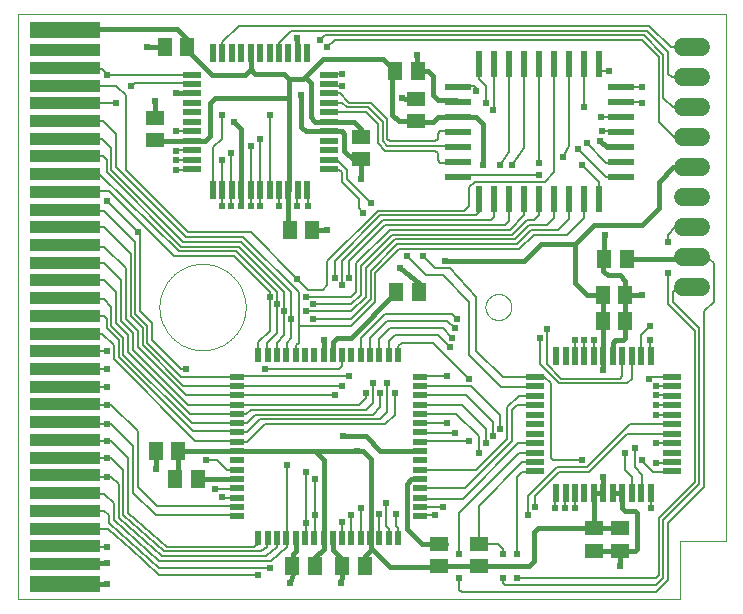
<source format=gtl>
G75*
%MOIN*%
%OFA0B0*%
%FSLAX25Y25*%
%IPPOS*%
%LPD*%
%AMOC8*
5,1,8,0,0,1.08239X$1,22.5*
%
%ADD10C,0.00000*%
%ADD11R,0.23622X0.05512*%
%ADD12R,0.23622X0.03937*%
%ADD13R,0.08661X0.02362*%
%ADD14R,0.02362X0.08661*%
%ADD15R,0.02200X0.04700*%
%ADD16R,0.04700X0.02200*%
%ADD17R,0.05906X0.05118*%
%ADD18R,0.05118X0.05906*%
%ADD19R,0.01969X0.05906*%
%ADD20R,0.05906X0.01969*%
%ADD21C,0.06000*%
%ADD22C,0.01600*%
%ADD23C,0.02400*%
%ADD24C,0.00800*%
D10*
X0001000Y0001000D02*
X0001000Y0196000D01*
X0237000Y0196000D01*
X0237000Y0020500D01*
X0221900Y0020500D01*
X0221900Y0001000D01*
X0001000Y0001000D01*
X0048244Y0098441D02*
X0048248Y0098794D01*
X0048261Y0099146D01*
X0048283Y0099498D01*
X0048313Y0099850D01*
X0048352Y0100200D01*
X0048400Y0100550D01*
X0048456Y0100898D01*
X0048520Y0101244D01*
X0048593Y0101589D01*
X0048675Y0101933D01*
X0048765Y0102274D01*
X0048863Y0102612D01*
X0048969Y0102949D01*
X0049084Y0103282D01*
X0049207Y0103613D01*
X0049338Y0103940D01*
X0049477Y0104264D01*
X0049624Y0104585D01*
X0049778Y0104902D01*
X0049941Y0105215D01*
X0050111Y0105524D01*
X0050288Y0105829D01*
X0050473Y0106129D01*
X0050666Y0106425D01*
X0050865Y0106715D01*
X0051072Y0107001D01*
X0051285Y0107282D01*
X0051506Y0107557D01*
X0051733Y0107827D01*
X0051967Y0108091D01*
X0052207Y0108350D01*
X0052453Y0108602D01*
X0052705Y0108848D01*
X0052964Y0109088D01*
X0053228Y0109322D01*
X0053498Y0109549D01*
X0053773Y0109770D01*
X0054054Y0109983D01*
X0054340Y0110190D01*
X0054630Y0110389D01*
X0054926Y0110582D01*
X0055226Y0110767D01*
X0055531Y0110944D01*
X0055840Y0111114D01*
X0056153Y0111277D01*
X0056470Y0111431D01*
X0056791Y0111578D01*
X0057115Y0111717D01*
X0057442Y0111848D01*
X0057773Y0111971D01*
X0058106Y0112086D01*
X0058443Y0112192D01*
X0058781Y0112290D01*
X0059122Y0112380D01*
X0059466Y0112462D01*
X0059811Y0112535D01*
X0060157Y0112599D01*
X0060505Y0112655D01*
X0060855Y0112703D01*
X0061205Y0112742D01*
X0061557Y0112772D01*
X0061909Y0112794D01*
X0062261Y0112807D01*
X0062614Y0112811D01*
X0062967Y0112807D01*
X0063319Y0112794D01*
X0063671Y0112772D01*
X0064023Y0112742D01*
X0064373Y0112703D01*
X0064723Y0112655D01*
X0065071Y0112599D01*
X0065417Y0112535D01*
X0065762Y0112462D01*
X0066106Y0112380D01*
X0066447Y0112290D01*
X0066785Y0112192D01*
X0067122Y0112086D01*
X0067455Y0111971D01*
X0067786Y0111848D01*
X0068113Y0111717D01*
X0068437Y0111578D01*
X0068758Y0111431D01*
X0069075Y0111277D01*
X0069388Y0111114D01*
X0069697Y0110944D01*
X0070002Y0110767D01*
X0070302Y0110582D01*
X0070598Y0110389D01*
X0070888Y0110190D01*
X0071174Y0109983D01*
X0071455Y0109770D01*
X0071730Y0109549D01*
X0072000Y0109322D01*
X0072264Y0109088D01*
X0072523Y0108848D01*
X0072775Y0108602D01*
X0073021Y0108350D01*
X0073261Y0108091D01*
X0073495Y0107827D01*
X0073722Y0107557D01*
X0073943Y0107282D01*
X0074156Y0107001D01*
X0074363Y0106715D01*
X0074562Y0106425D01*
X0074755Y0106129D01*
X0074940Y0105829D01*
X0075117Y0105524D01*
X0075287Y0105215D01*
X0075450Y0104902D01*
X0075604Y0104585D01*
X0075751Y0104264D01*
X0075890Y0103940D01*
X0076021Y0103613D01*
X0076144Y0103282D01*
X0076259Y0102949D01*
X0076365Y0102612D01*
X0076463Y0102274D01*
X0076553Y0101933D01*
X0076635Y0101589D01*
X0076708Y0101244D01*
X0076772Y0100898D01*
X0076828Y0100550D01*
X0076876Y0100200D01*
X0076915Y0099850D01*
X0076945Y0099498D01*
X0076967Y0099146D01*
X0076980Y0098794D01*
X0076984Y0098441D01*
X0076980Y0098088D01*
X0076967Y0097736D01*
X0076945Y0097384D01*
X0076915Y0097032D01*
X0076876Y0096682D01*
X0076828Y0096332D01*
X0076772Y0095984D01*
X0076708Y0095638D01*
X0076635Y0095293D01*
X0076553Y0094949D01*
X0076463Y0094608D01*
X0076365Y0094270D01*
X0076259Y0093933D01*
X0076144Y0093600D01*
X0076021Y0093269D01*
X0075890Y0092942D01*
X0075751Y0092618D01*
X0075604Y0092297D01*
X0075450Y0091980D01*
X0075287Y0091667D01*
X0075117Y0091358D01*
X0074940Y0091053D01*
X0074755Y0090753D01*
X0074562Y0090457D01*
X0074363Y0090167D01*
X0074156Y0089881D01*
X0073943Y0089600D01*
X0073722Y0089325D01*
X0073495Y0089055D01*
X0073261Y0088791D01*
X0073021Y0088532D01*
X0072775Y0088280D01*
X0072523Y0088034D01*
X0072264Y0087794D01*
X0072000Y0087560D01*
X0071730Y0087333D01*
X0071455Y0087112D01*
X0071174Y0086899D01*
X0070888Y0086692D01*
X0070598Y0086493D01*
X0070302Y0086300D01*
X0070002Y0086115D01*
X0069697Y0085938D01*
X0069388Y0085768D01*
X0069075Y0085605D01*
X0068758Y0085451D01*
X0068437Y0085304D01*
X0068113Y0085165D01*
X0067786Y0085034D01*
X0067455Y0084911D01*
X0067122Y0084796D01*
X0066785Y0084690D01*
X0066447Y0084592D01*
X0066106Y0084502D01*
X0065762Y0084420D01*
X0065417Y0084347D01*
X0065071Y0084283D01*
X0064723Y0084227D01*
X0064373Y0084179D01*
X0064023Y0084140D01*
X0063671Y0084110D01*
X0063319Y0084088D01*
X0062967Y0084075D01*
X0062614Y0084071D01*
X0062261Y0084075D01*
X0061909Y0084088D01*
X0061557Y0084110D01*
X0061205Y0084140D01*
X0060855Y0084179D01*
X0060505Y0084227D01*
X0060157Y0084283D01*
X0059811Y0084347D01*
X0059466Y0084420D01*
X0059122Y0084502D01*
X0058781Y0084592D01*
X0058443Y0084690D01*
X0058106Y0084796D01*
X0057773Y0084911D01*
X0057442Y0085034D01*
X0057115Y0085165D01*
X0056791Y0085304D01*
X0056470Y0085451D01*
X0056153Y0085605D01*
X0055840Y0085768D01*
X0055531Y0085938D01*
X0055226Y0086115D01*
X0054926Y0086300D01*
X0054630Y0086493D01*
X0054340Y0086692D01*
X0054054Y0086899D01*
X0053773Y0087112D01*
X0053498Y0087333D01*
X0053228Y0087560D01*
X0052964Y0087794D01*
X0052705Y0088034D01*
X0052453Y0088280D01*
X0052207Y0088532D01*
X0051967Y0088791D01*
X0051733Y0089055D01*
X0051506Y0089325D01*
X0051285Y0089600D01*
X0051072Y0089881D01*
X0050865Y0090167D01*
X0050666Y0090457D01*
X0050473Y0090753D01*
X0050288Y0091053D01*
X0050111Y0091358D01*
X0049941Y0091667D01*
X0049778Y0091980D01*
X0049624Y0092297D01*
X0049477Y0092618D01*
X0049338Y0092942D01*
X0049207Y0093269D01*
X0049084Y0093600D01*
X0048969Y0093933D01*
X0048863Y0094270D01*
X0048765Y0094608D01*
X0048675Y0094949D01*
X0048593Y0095293D01*
X0048520Y0095638D01*
X0048456Y0095984D01*
X0048400Y0096332D01*
X0048352Y0096682D01*
X0048313Y0097032D01*
X0048283Y0097384D01*
X0048261Y0097736D01*
X0048248Y0098088D01*
X0048244Y0098441D01*
X0156905Y0098441D02*
X0156907Y0098572D01*
X0156913Y0098704D01*
X0156923Y0098835D01*
X0156937Y0098966D01*
X0156955Y0099096D01*
X0156977Y0099225D01*
X0157002Y0099354D01*
X0157032Y0099482D01*
X0157066Y0099609D01*
X0157103Y0099736D01*
X0157144Y0099860D01*
X0157189Y0099984D01*
X0157238Y0100106D01*
X0157290Y0100227D01*
X0157346Y0100345D01*
X0157406Y0100463D01*
X0157469Y0100578D01*
X0157536Y0100691D01*
X0157606Y0100803D01*
X0157679Y0100912D01*
X0157755Y0101018D01*
X0157835Y0101123D01*
X0157918Y0101225D01*
X0158004Y0101324D01*
X0158093Y0101421D01*
X0158185Y0101515D01*
X0158280Y0101606D01*
X0158377Y0101695D01*
X0158477Y0101780D01*
X0158580Y0101862D01*
X0158685Y0101941D01*
X0158792Y0102017D01*
X0158902Y0102089D01*
X0159014Y0102158D01*
X0159128Y0102224D01*
X0159243Y0102286D01*
X0159361Y0102345D01*
X0159480Y0102400D01*
X0159601Y0102452D01*
X0159724Y0102499D01*
X0159848Y0102543D01*
X0159973Y0102584D01*
X0160099Y0102620D01*
X0160227Y0102653D01*
X0160355Y0102681D01*
X0160484Y0102706D01*
X0160614Y0102727D01*
X0160744Y0102744D01*
X0160875Y0102757D01*
X0161006Y0102766D01*
X0161137Y0102771D01*
X0161269Y0102772D01*
X0161400Y0102769D01*
X0161532Y0102762D01*
X0161663Y0102751D01*
X0161793Y0102736D01*
X0161923Y0102717D01*
X0162053Y0102694D01*
X0162181Y0102668D01*
X0162309Y0102637D01*
X0162436Y0102602D01*
X0162562Y0102564D01*
X0162686Y0102522D01*
X0162810Y0102476D01*
X0162931Y0102426D01*
X0163051Y0102373D01*
X0163170Y0102316D01*
X0163287Y0102256D01*
X0163401Y0102192D01*
X0163514Y0102124D01*
X0163625Y0102053D01*
X0163734Y0101979D01*
X0163840Y0101902D01*
X0163944Y0101821D01*
X0164045Y0101738D01*
X0164144Y0101651D01*
X0164240Y0101561D01*
X0164333Y0101468D01*
X0164424Y0101373D01*
X0164511Y0101275D01*
X0164596Y0101174D01*
X0164677Y0101071D01*
X0164755Y0100965D01*
X0164830Y0100857D01*
X0164902Y0100747D01*
X0164970Y0100635D01*
X0165035Y0100521D01*
X0165096Y0100404D01*
X0165154Y0100286D01*
X0165208Y0100166D01*
X0165259Y0100045D01*
X0165306Y0099922D01*
X0165349Y0099798D01*
X0165388Y0099673D01*
X0165424Y0099546D01*
X0165455Y0099418D01*
X0165483Y0099290D01*
X0165507Y0099161D01*
X0165527Y0099031D01*
X0165543Y0098900D01*
X0165555Y0098769D01*
X0165563Y0098638D01*
X0165567Y0098507D01*
X0165567Y0098375D01*
X0165563Y0098244D01*
X0165555Y0098113D01*
X0165543Y0097982D01*
X0165527Y0097851D01*
X0165507Y0097721D01*
X0165483Y0097592D01*
X0165455Y0097464D01*
X0165424Y0097336D01*
X0165388Y0097209D01*
X0165349Y0097084D01*
X0165306Y0096960D01*
X0165259Y0096837D01*
X0165208Y0096716D01*
X0165154Y0096596D01*
X0165096Y0096478D01*
X0165035Y0096361D01*
X0164970Y0096247D01*
X0164902Y0096135D01*
X0164830Y0096025D01*
X0164755Y0095917D01*
X0164677Y0095811D01*
X0164596Y0095708D01*
X0164511Y0095607D01*
X0164424Y0095509D01*
X0164333Y0095414D01*
X0164240Y0095321D01*
X0164144Y0095231D01*
X0164045Y0095144D01*
X0163944Y0095061D01*
X0163840Y0094980D01*
X0163734Y0094903D01*
X0163625Y0094829D01*
X0163514Y0094758D01*
X0163402Y0094690D01*
X0163287Y0094626D01*
X0163170Y0094566D01*
X0163051Y0094509D01*
X0162931Y0094456D01*
X0162810Y0094406D01*
X0162686Y0094360D01*
X0162562Y0094318D01*
X0162436Y0094280D01*
X0162309Y0094245D01*
X0162181Y0094214D01*
X0162053Y0094188D01*
X0161923Y0094165D01*
X0161793Y0094146D01*
X0161663Y0094131D01*
X0161532Y0094120D01*
X0161400Y0094113D01*
X0161269Y0094110D01*
X0161137Y0094111D01*
X0161006Y0094116D01*
X0160875Y0094125D01*
X0160744Y0094138D01*
X0160614Y0094155D01*
X0160484Y0094176D01*
X0160355Y0094201D01*
X0160227Y0094229D01*
X0160099Y0094262D01*
X0159973Y0094298D01*
X0159848Y0094339D01*
X0159724Y0094383D01*
X0159601Y0094430D01*
X0159480Y0094482D01*
X0159361Y0094537D01*
X0159243Y0094596D01*
X0159128Y0094658D01*
X0159014Y0094724D01*
X0158902Y0094793D01*
X0158792Y0094865D01*
X0158685Y0094941D01*
X0158580Y0095020D01*
X0158477Y0095102D01*
X0158377Y0095187D01*
X0158280Y0095276D01*
X0158185Y0095367D01*
X0158093Y0095461D01*
X0158004Y0095558D01*
X0157918Y0095657D01*
X0157835Y0095759D01*
X0157755Y0095864D01*
X0157679Y0095970D01*
X0157606Y0096079D01*
X0157536Y0096191D01*
X0157469Y0096304D01*
X0157406Y0096419D01*
X0157346Y0096537D01*
X0157290Y0096655D01*
X0157238Y0096776D01*
X0157189Y0096898D01*
X0157144Y0097022D01*
X0157103Y0097146D01*
X0157066Y0097273D01*
X0157032Y0097400D01*
X0157002Y0097528D01*
X0156977Y0097657D01*
X0156955Y0097786D01*
X0156937Y0097916D01*
X0156923Y0098047D01*
X0156913Y0098178D01*
X0156907Y0098310D01*
X0156905Y0098441D01*
D11*
X0016748Y0190764D03*
X0016748Y0006118D03*
D12*
X0016748Y0012811D03*
X0016748Y0018717D03*
X0016748Y0024622D03*
X0016748Y0030528D03*
X0016748Y0036433D03*
X0016748Y0042339D03*
X0016748Y0048244D03*
X0016748Y0054150D03*
X0016748Y0060055D03*
X0016748Y0065961D03*
X0016748Y0071866D03*
X0016748Y0077772D03*
X0016748Y0083677D03*
X0016748Y0089583D03*
X0016748Y0095488D03*
X0016748Y0101394D03*
X0016748Y0107299D03*
X0016748Y0113205D03*
X0016748Y0119110D03*
X0016748Y0125016D03*
X0016748Y0130921D03*
X0016748Y0136827D03*
X0016748Y0142732D03*
X0016748Y0148638D03*
X0016748Y0154543D03*
X0016748Y0160449D03*
X0016748Y0166354D03*
X0016748Y0172260D03*
X0016748Y0178165D03*
X0016748Y0184071D03*
D13*
X0147635Y0171900D03*
X0147635Y0166900D03*
X0147635Y0161900D03*
X0147635Y0156900D03*
X0147635Y0151900D03*
X0147635Y0146900D03*
X0147635Y0141900D03*
X0201965Y0141900D03*
X0201965Y0146900D03*
X0201965Y0151900D03*
X0201965Y0156900D03*
X0201965Y0161900D03*
X0201965Y0166900D03*
X0201965Y0171900D03*
D14*
X0194800Y0179341D03*
X0189800Y0179341D03*
X0184800Y0179341D03*
X0179800Y0179341D03*
X0174800Y0179341D03*
X0169800Y0179341D03*
X0164800Y0179341D03*
X0159800Y0179341D03*
X0154800Y0179341D03*
X0154800Y0134459D03*
X0159800Y0134459D03*
X0164800Y0134459D03*
X0169800Y0134459D03*
X0174800Y0134459D03*
X0179800Y0134459D03*
X0184800Y0134459D03*
X0189800Y0134459D03*
X0194800Y0134459D03*
D15*
X0127750Y0082550D03*
X0124650Y0082550D03*
X0121550Y0082550D03*
X0118450Y0082550D03*
X0115350Y0082550D03*
X0112250Y0082550D03*
X0109150Y0082550D03*
X0106050Y0082550D03*
X0102950Y0082550D03*
X0099850Y0082550D03*
X0096750Y0082550D03*
X0093650Y0082550D03*
X0090550Y0082550D03*
X0087450Y0082550D03*
X0084350Y0082550D03*
X0081250Y0082550D03*
X0081250Y0021450D03*
X0084350Y0021450D03*
X0087450Y0021450D03*
X0090550Y0021450D03*
X0093650Y0021450D03*
X0096750Y0021450D03*
X0099850Y0021450D03*
X0102950Y0021450D03*
X0106050Y0021450D03*
X0109150Y0021450D03*
X0112250Y0021450D03*
X0115350Y0021450D03*
X0118450Y0021450D03*
X0121550Y0021450D03*
X0124650Y0021450D03*
X0127750Y0021450D03*
D16*
X0135050Y0028750D03*
X0135050Y0031850D03*
X0135050Y0034950D03*
X0135050Y0038050D03*
X0135050Y0041150D03*
X0135050Y0044250D03*
X0135050Y0047350D03*
X0135050Y0050450D03*
X0135050Y0053550D03*
X0135050Y0056650D03*
X0135050Y0059750D03*
X0135050Y0062850D03*
X0135050Y0065950D03*
X0135050Y0069050D03*
X0135050Y0072150D03*
X0135050Y0075250D03*
X0073950Y0075250D03*
X0073950Y0072150D03*
X0073950Y0069050D03*
X0073950Y0065950D03*
X0073950Y0062850D03*
X0073950Y0059750D03*
X0073950Y0056650D03*
X0073950Y0053550D03*
X0073950Y0050450D03*
X0073950Y0047350D03*
X0073950Y0044250D03*
X0073950Y0041150D03*
X0073950Y0038050D03*
X0073950Y0034950D03*
X0073950Y0031850D03*
X0073950Y0028750D03*
D17*
X0141400Y0019540D03*
X0141400Y0012060D03*
X0154600Y0012060D03*
X0154600Y0019540D03*
X0193000Y0017260D03*
X0201800Y0017260D03*
X0201800Y0024740D03*
X0193000Y0024740D03*
X0115400Y0147660D03*
X0115400Y0155140D03*
X0133800Y0160460D03*
X0133800Y0167940D03*
X0046600Y0161540D03*
X0046600Y0154060D03*
D18*
X0050060Y0185000D03*
X0057540Y0185000D03*
X0126860Y0177000D03*
X0134340Y0177000D03*
X0099140Y0124200D03*
X0091660Y0124200D03*
X0127126Y0103311D03*
X0134606Y0103311D03*
X0196060Y0102600D03*
X0203540Y0102600D03*
X0203540Y0093800D03*
X0196060Y0093800D03*
X0196460Y0114600D03*
X0203940Y0114600D03*
X0116740Y0012200D03*
X0109260Y0012200D03*
X0099940Y0012200D03*
X0092460Y0012200D03*
X0060940Y0041000D03*
X0053460Y0041000D03*
X0054440Y0050500D03*
X0046960Y0050500D03*
D19*
X0066052Y0137365D03*
X0069202Y0137365D03*
X0072351Y0137365D03*
X0075501Y0137365D03*
X0078650Y0137365D03*
X0081800Y0137365D03*
X0084950Y0137365D03*
X0088099Y0137365D03*
X0091249Y0137365D03*
X0094398Y0137365D03*
X0097548Y0137365D03*
X0097548Y0183035D03*
X0094398Y0183035D03*
X0091249Y0183035D03*
X0088099Y0183035D03*
X0084950Y0183035D03*
X0081800Y0183035D03*
X0078650Y0183035D03*
X0075501Y0183035D03*
X0072351Y0183035D03*
X0069202Y0183035D03*
X0066052Y0183035D03*
X0180452Y0082235D03*
X0183602Y0082235D03*
X0186751Y0082235D03*
X0189901Y0082235D03*
X0193050Y0082235D03*
X0196200Y0082235D03*
X0199350Y0082235D03*
X0202499Y0082235D03*
X0205649Y0082235D03*
X0208798Y0082235D03*
X0211948Y0082235D03*
X0211948Y0036565D03*
X0208798Y0036565D03*
X0205649Y0036565D03*
X0202499Y0036565D03*
X0199350Y0036565D03*
X0196200Y0036565D03*
X0193050Y0036565D03*
X0189901Y0036565D03*
X0186751Y0036565D03*
X0183602Y0036565D03*
X0180452Y0036565D03*
D20*
X0173365Y0043652D03*
X0173365Y0046802D03*
X0173365Y0049951D03*
X0173365Y0053101D03*
X0173365Y0056250D03*
X0173365Y0059400D03*
X0173365Y0062550D03*
X0173365Y0065699D03*
X0173365Y0068849D03*
X0173365Y0071998D03*
X0173365Y0075148D03*
X0219035Y0075148D03*
X0219035Y0071998D03*
X0219035Y0068849D03*
X0219035Y0065699D03*
X0219035Y0062550D03*
X0219035Y0059400D03*
X0219035Y0056250D03*
X0219035Y0053101D03*
X0219035Y0049951D03*
X0219035Y0046802D03*
X0219035Y0043652D03*
X0104635Y0144452D03*
X0104635Y0147602D03*
X0104635Y0150751D03*
X0104635Y0153901D03*
X0104635Y0157050D03*
X0104635Y0160200D03*
X0104635Y0163350D03*
X0104635Y0166499D03*
X0104635Y0169649D03*
X0104635Y0172798D03*
X0104635Y0175948D03*
X0058965Y0175948D03*
X0058965Y0172798D03*
X0058965Y0169649D03*
X0058965Y0166499D03*
X0058965Y0163350D03*
X0058965Y0160200D03*
X0058965Y0157050D03*
X0058965Y0153901D03*
X0058965Y0150751D03*
X0058965Y0147602D03*
X0058965Y0144452D03*
D21*
X0222800Y0145000D02*
X0228800Y0145000D01*
X0228800Y0135000D02*
X0222800Y0135000D01*
X0222800Y0125000D02*
X0228800Y0125000D01*
X0228800Y0115000D02*
X0222800Y0115000D01*
X0222800Y0105000D02*
X0228800Y0105000D01*
X0228800Y0155000D02*
X0222800Y0155000D01*
X0222800Y0165000D02*
X0228800Y0165000D01*
X0228800Y0175000D02*
X0222800Y0175000D01*
X0222800Y0185000D02*
X0228800Y0185000D01*
D22*
X0197500Y0151900D02*
X0195000Y0153800D01*
X0197500Y0151900D02*
X0201965Y0151900D01*
X0214600Y0140200D02*
X0219400Y0145000D01*
X0225800Y0145000D01*
X0214600Y0140200D02*
X0214600Y0131400D01*
X0209000Y0125800D01*
X0193000Y0125800D01*
X0186600Y0119400D01*
X0186600Y0106600D01*
X0190600Y0102600D01*
X0196060Y0102600D01*
X0196200Y0102740D01*
X0196060Y0102600D02*
X0196060Y0093800D01*
X0196200Y0093660D01*
X0196200Y0082235D01*
X0196200Y0077400D01*
X0196200Y0082235D02*
X0196060Y0082375D01*
X0199350Y0082235D02*
X0199350Y0086550D01*
X0200200Y0087400D01*
X0202600Y0087400D01*
X0203400Y0088200D01*
X0203400Y0093660D01*
X0203540Y0093800D01*
X0203540Y0102600D01*
X0203540Y0107260D01*
X0201800Y0109000D01*
X0197800Y0109000D01*
X0196200Y0110600D01*
X0196200Y0115140D01*
X0196460Y0114600D01*
X0196460Y0122060D01*
X0196600Y0122600D01*
X0186600Y0119400D02*
X0175400Y0119400D01*
X0169800Y0113800D01*
X0143400Y0113800D01*
X0134600Y0106600D02*
X0134600Y0103317D01*
X0134606Y0103311D01*
X0134600Y0106600D02*
X0128295Y0111305D01*
X0128435Y0111305D01*
X0127126Y0103311D02*
X0112015Y0088200D01*
X0107400Y0088200D01*
X0106050Y0086850D01*
X0106050Y0082550D01*
X0102950Y0082550D02*
X0102950Y0086950D01*
X0103000Y0087400D01*
X0109400Y0055400D02*
X0117000Y0055400D01*
X0121800Y0050600D01*
X0134900Y0050600D01*
X0135050Y0050450D01*
X0135050Y0041150D02*
X0134900Y0041000D01*
X0132200Y0041000D01*
X0130600Y0039400D01*
X0130600Y0024600D01*
X0135800Y0019400D01*
X0143660Y0019400D01*
X0141400Y0019540D01*
X0141400Y0012060D02*
X0143540Y0011800D01*
X0125000Y0011800D01*
X0119400Y0017400D01*
X0118600Y0017400D01*
X0118600Y0021300D01*
X0118450Y0021450D01*
X0118600Y0021600D01*
X0118600Y0047800D01*
X0115950Y0050450D01*
X0114200Y0050450D01*
X0099950Y0050450D01*
X0103000Y0047400D01*
X0103000Y0021500D01*
X0102950Y0021450D01*
X0103000Y0021400D01*
X0103000Y0017800D01*
X0100240Y0015040D01*
X0099940Y0012200D01*
X0093800Y0017000D02*
X0093800Y0021300D01*
X0093650Y0021450D01*
X0093800Y0017000D02*
X0092760Y0015960D01*
X0092460Y0012200D01*
X0092760Y0009560D01*
X0091800Y0006600D01*
X0106200Y0017400D02*
X0106200Y0021300D01*
X0106050Y0021450D01*
X0106200Y0017400D02*
X0109260Y0014340D01*
X0109260Y0012200D01*
X0109260Y0009260D01*
X0108600Y0006600D01*
X0116740Y0012200D02*
X0116740Y0015540D01*
X0118600Y0017400D01*
X0141400Y0012060D02*
X0154600Y0012060D01*
X0157140Y0012200D01*
X0171400Y0012200D01*
X0173000Y0013800D01*
X0173000Y0023400D01*
X0174391Y0024791D01*
X0193050Y0024791D01*
X0193050Y0036565D01*
X0196200Y0036565D01*
X0196200Y0041800D01*
X0196200Y0036565D02*
X0196200Y0036200D01*
X0199350Y0036565D02*
X0202499Y0036565D01*
X0202499Y0031501D01*
X0203400Y0030600D01*
X0206600Y0030600D01*
X0207400Y0029800D01*
X0207400Y0017800D01*
X0206600Y0017000D01*
X0202060Y0017000D01*
X0201800Y0017260D01*
X0201800Y0012200D01*
X0201800Y0017260D02*
X0193000Y0017260D01*
X0193000Y0024740D02*
X0193050Y0024791D01*
X0193000Y0024740D02*
X0201800Y0024740D01*
X0203540Y0102600D02*
X0209000Y0102600D01*
X0203940Y0114600D02*
X0225400Y0114600D01*
X0225800Y0115000D01*
X0156200Y0145800D02*
X0156200Y0159400D01*
X0153800Y0161800D01*
X0147735Y0161800D01*
X0147635Y0161900D01*
X0141100Y0161900D01*
X0139400Y0160200D01*
X0134860Y0160200D01*
X0133800Y0160460D01*
X0127940Y0160460D01*
X0125800Y0162600D01*
X0125800Y0176740D01*
X0126860Y0177000D01*
X0122860Y0181000D01*
X0102600Y0181000D01*
X0096600Y0175000D01*
X0098600Y0173000D01*
X0098600Y0161800D01*
X0100200Y0160200D01*
X0104635Y0160200D01*
X0113000Y0160200D01*
X0115400Y0157800D01*
X0115400Y0155140D01*
X0109800Y0156200D02*
X0109800Y0150600D01*
X0113000Y0147400D01*
X0115140Y0147400D01*
X0115400Y0147660D01*
X0115400Y0141000D01*
X0109800Y0156200D02*
X0108950Y0157050D01*
X0104635Y0157050D01*
X0096950Y0157050D01*
X0095400Y0158600D01*
X0095400Y0169000D01*
X0091400Y0168200D02*
X0091400Y0174600D01*
X0096200Y0174600D01*
X0096600Y0175000D01*
X0091400Y0174600D02*
X0089800Y0176200D01*
X0080200Y0176200D01*
X0078600Y0177800D01*
X0076600Y0175800D01*
X0065800Y0175800D01*
X0057540Y0184060D01*
X0057540Y0185000D01*
X0057000Y0185540D01*
X0057000Y0188200D01*
X0054200Y0191000D01*
X0016984Y0191000D01*
X0016748Y0190764D01*
X0044200Y0185000D02*
X0050060Y0185000D01*
X0053800Y0169800D02*
X0058814Y0169800D01*
X0058965Y0169649D01*
X0065000Y0166600D02*
X0066600Y0168200D01*
X0091400Y0168200D01*
X0091400Y0137517D01*
X0091249Y0137365D01*
X0091249Y0124611D01*
X0091660Y0124200D01*
X0099140Y0124200D02*
X0104200Y0124200D01*
X0075400Y0132200D02*
X0075501Y0133101D01*
X0075501Y0137365D01*
X0075501Y0157699D01*
X0073000Y0160200D01*
X0065000Y0155400D02*
X0065000Y0166600D01*
X0065000Y0155400D02*
X0063501Y0153901D01*
X0058965Y0153901D01*
X0058701Y0153901D01*
X0058600Y0153800D01*
X0046860Y0153800D01*
X0046600Y0154060D01*
X0046600Y0161540D02*
X0046600Y0167000D01*
X0078600Y0177800D02*
X0078600Y0182984D01*
X0078650Y0183035D01*
X0094398Y0183035D02*
X0094398Y0183602D01*
X0094200Y0188200D01*
X0129000Y0168200D02*
X0130060Y0167940D01*
X0133800Y0167940D01*
X0139400Y0169000D02*
X0139400Y0175400D01*
X0137800Y0177000D01*
X0134340Y0177000D01*
X0134200Y0177140D01*
X0134200Y0182600D01*
X0139400Y0169000D02*
X0141000Y0167400D01*
X0147135Y0167400D01*
X0147535Y0167000D02*
X0147635Y0166900D01*
X0099950Y0050450D02*
X0073950Y0050450D01*
X0073900Y0050500D01*
X0065000Y0050500D01*
X0064940Y0050440D01*
X0065000Y0050500D02*
X0054440Y0050500D01*
X0054440Y0039620D01*
X0053460Y0041000D01*
X0047000Y0044600D02*
X0046960Y0045440D01*
X0046960Y0050500D01*
X0060940Y0041000D02*
X0073800Y0041000D01*
X0073950Y0041150D01*
X0030600Y0013000D02*
X0030537Y0013000D01*
X0016748Y0012811D01*
X0016748Y0006118D02*
X0030518Y0006118D01*
X0030600Y0006200D01*
X0017066Y0005800D02*
X0016748Y0006118D01*
D23*
X0030600Y0006200D03*
X0030600Y0013000D03*
X0030600Y0018600D03*
X0030600Y0041800D03*
X0030600Y0048200D03*
X0030600Y0053800D03*
X0030600Y0059400D03*
X0030600Y0065800D03*
X0030600Y0071800D03*
X0030600Y0077800D03*
X0030600Y0083800D03*
X0057000Y0077800D03*
X0083400Y0077800D03*
X0092200Y0094600D03*
X0089800Y0097000D03*
X0087400Y0099400D03*
X0085000Y0101800D03*
X0094200Y0107800D03*
X0097000Y0101800D03*
X0099400Y0099400D03*
X0097000Y0097000D03*
X0099400Y0094600D03*
X0103000Y0087400D03*
X0111400Y0075400D03*
X0109000Y0072200D03*
X0106600Y0069000D03*
X0117000Y0069800D03*
X0119400Y0073000D03*
X0121800Y0069800D03*
X0124200Y0073000D03*
X0126600Y0069800D03*
X0144200Y0075400D03*
X0151400Y0074600D03*
X0145000Y0085000D03*
X0145800Y0088200D03*
X0146600Y0091400D03*
X0147400Y0094600D03*
X0128435Y0111305D03*
X0130600Y0115400D03*
X0136200Y0115400D03*
X0143400Y0113800D03*
X0118600Y0133000D03*
X0116200Y0129800D03*
X0104200Y0124200D03*
X0097800Y0132200D03*
X0094200Y0132200D03*
X0088200Y0132200D03*
X0081800Y0132200D03*
X0078600Y0132200D03*
X0075400Y0132200D03*
X0072200Y0132200D03*
X0069000Y0132200D03*
X0053800Y0144200D03*
X0053800Y0147400D03*
X0053800Y0150600D03*
X0053800Y0157000D03*
X0046600Y0167000D03*
X0053800Y0169800D03*
X0038600Y0172200D03*
X0033800Y0166600D03*
X0030635Y0175765D03*
X0044200Y0185000D03*
X0069000Y0162600D03*
X0073000Y0160200D03*
X0078600Y0152200D03*
X0081800Y0154600D03*
X0084950Y0162550D03*
X0095400Y0169000D03*
X0109000Y0172200D03*
X0109000Y0176200D03*
X0104200Y0185000D03*
X0101800Y0187400D03*
X0094200Y0188200D03*
X0129000Y0168200D03*
X0134200Y0182600D03*
X0153800Y0170600D03*
X0157000Y0166600D03*
X0159400Y0164200D03*
X0161800Y0145800D03*
X0165800Y0145800D03*
X0174600Y0146600D03*
X0174600Y0142600D03*
X0182600Y0148600D03*
X0187800Y0151000D03*
X0190600Y0153000D03*
X0195000Y0153800D03*
X0195800Y0157000D03*
X0195400Y0161800D03*
X0189800Y0165000D03*
X0198200Y0177000D03*
X0209000Y0171800D03*
X0209000Y0166600D03*
X0189000Y0145800D03*
X0196600Y0122600D03*
X0217800Y0120200D03*
X0217800Y0109800D03*
X0209000Y0102600D03*
X0211800Y0092200D03*
X0211800Y0087400D03*
X0196200Y0077400D03*
X0193000Y0087400D03*
X0189800Y0087400D03*
X0186600Y0087400D03*
X0177400Y0091000D03*
X0175000Y0088200D03*
X0144200Y0059800D03*
X0146600Y0056600D03*
X0151400Y0053800D03*
X0154600Y0049800D03*
X0157000Y0053000D03*
X0159400Y0055400D03*
X0161800Y0057800D03*
X0189000Y0047400D03*
X0196200Y0041800D03*
X0203400Y0049800D03*
X0206600Y0051400D03*
X0209000Y0047400D03*
X0213800Y0046600D03*
X0213800Y0053000D03*
X0213800Y0062600D03*
X0213800Y0065800D03*
X0213800Y0069000D03*
X0213800Y0072200D03*
X0211400Y0074600D03*
X0173400Y0031800D03*
X0171000Y0029000D03*
X0180200Y0031400D03*
X0183400Y0031400D03*
X0186600Y0031400D03*
X0167400Y0016200D03*
X0162600Y0016200D03*
X0162600Y0008200D03*
X0167400Y0008200D03*
X0148200Y0008200D03*
X0148200Y0016200D03*
X0140200Y0029000D03*
X0142600Y0031800D03*
X0127000Y0029400D03*
X0123800Y0033000D03*
X0121400Y0029400D03*
X0115400Y0031400D03*
X0112200Y0029000D03*
X0109150Y0026750D03*
X0100200Y0029000D03*
X0097000Y0026600D03*
X0100200Y0041000D03*
X0097000Y0043400D03*
X0090600Y0045800D03*
X0109400Y0055400D03*
X0114200Y0050450D03*
X0069000Y0035000D03*
X0066600Y0037800D03*
X0063800Y0047400D03*
X0047000Y0044600D03*
X0085000Y0011400D03*
X0081000Y0009000D03*
X0091800Y0006600D03*
X0108600Y0006600D03*
X0201800Y0012200D03*
X0212200Y0031400D03*
X0111400Y0108200D03*
X0109000Y0105800D03*
X0106600Y0108200D03*
X0115400Y0141000D03*
X0156200Y0145800D03*
X0072200Y0149800D03*
X0069000Y0147400D03*
X0041000Y0123400D03*
X0030600Y0133800D03*
D24*
X0041000Y0123400D01*
X0041800Y0122600D01*
X0041800Y0097000D01*
X0045800Y0093000D01*
X0045800Y0087400D01*
X0055400Y0077800D01*
X0057000Y0077800D01*
X0055550Y0075250D02*
X0044200Y0086600D01*
X0044200Y0092200D01*
X0040200Y0096200D01*
X0040200Y0120200D01*
X0029800Y0130600D01*
X0017069Y0130600D01*
X0016748Y0130921D01*
X0016748Y0125016D02*
X0016764Y0125000D01*
X0029800Y0125000D01*
X0038600Y0116200D01*
X0038600Y0095400D01*
X0042600Y0091400D01*
X0042600Y0085800D01*
X0056250Y0072150D01*
X0073950Y0072150D01*
X0074000Y0072200D01*
X0109000Y0072200D01*
X0111400Y0075400D02*
X0074100Y0075400D01*
X0073950Y0075250D01*
X0055550Y0075250D01*
X0056950Y0069050D02*
X0041000Y0085000D01*
X0041000Y0090600D01*
X0037000Y0094600D01*
X0037000Y0111400D01*
X0029800Y0118600D01*
X0017258Y0118600D01*
X0016748Y0119110D01*
X0016748Y0113205D02*
X0016543Y0113000D01*
X0014600Y0113000D01*
X0016543Y0113000D02*
X0029800Y0113000D01*
X0035400Y0107400D01*
X0035400Y0093800D01*
X0039400Y0089800D01*
X0039400Y0084200D01*
X0057650Y0065950D01*
X0073950Y0065950D01*
X0114750Y0065950D01*
X0117000Y0068200D01*
X0117000Y0069800D01*
X0119400Y0066600D02*
X0119400Y0073000D01*
X0121800Y0069800D02*
X0121800Y0065000D01*
X0119400Y0062600D01*
X0080200Y0062600D01*
X0077350Y0059750D01*
X0073950Y0059750D01*
X0059050Y0059750D01*
X0036200Y0082600D01*
X0036200Y0088200D01*
X0032200Y0092200D01*
X0032200Y0098600D01*
X0029800Y0101000D01*
X0017142Y0101000D01*
X0016748Y0101394D01*
X0016748Y0107299D02*
X0016849Y0107400D01*
X0029800Y0107400D01*
X0033800Y0103400D01*
X0033800Y0093000D01*
X0037800Y0089000D01*
X0037800Y0083400D01*
X0058350Y0062850D01*
X0073950Y0062850D01*
X0077250Y0062850D01*
X0078600Y0064200D01*
X0117000Y0064200D01*
X0119400Y0066600D01*
X0124200Y0063400D02*
X0124200Y0073000D01*
X0126600Y0069800D02*
X0126600Y0062600D01*
X0123400Y0059400D01*
X0083400Y0059400D01*
X0077550Y0053550D01*
X0073950Y0053550D01*
X0073700Y0053800D01*
X0060200Y0053800D01*
X0033000Y0081000D01*
X0033000Y0085800D01*
X0029217Y0089583D01*
X0016748Y0089583D01*
X0016871Y0083800D02*
X0016748Y0083677D01*
X0016871Y0083800D02*
X0030600Y0083800D01*
X0034600Y0081800D02*
X0034600Y0087400D01*
X0030600Y0091400D01*
X0030600Y0094600D01*
X0029800Y0095400D01*
X0016836Y0095400D01*
X0016748Y0095488D01*
X0034600Y0081800D02*
X0059400Y0057000D01*
X0073600Y0057000D01*
X0073950Y0056650D01*
X0077450Y0056650D01*
X0081800Y0061000D01*
X0121800Y0061000D01*
X0124200Y0063400D01*
X0135050Y0062850D02*
X0147150Y0062850D01*
X0154600Y0055400D01*
X0154600Y0049800D01*
X0157000Y0053000D02*
X0157000Y0057800D01*
X0149000Y0065800D01*
X0135400Y0065800D01*
X0135250Y0065950D01*
X0135050Y0065950D01*
X0135050Y0069050D02*
X0150550Y0069050D01*
X0159400Y0060200D01*
X0159400Y0055400D01*
X0161800Y0057800D02*
X0161800Y0062600D01*
X0152250Y0072150D01*
X0135050Y0072150D01*
X0135050Y0075250D02*
X0135250Y0075250D01*
X0135400Y0075400D01*
X0144200Y0075400D01*
X0151400Y0074600D02*
X0139400Y0086600D01*
X0129000Y0086600D01*
X0127750Y0085350D01*
X0127750Y0082550D01*
X0124650Y0082550D02*
X0124650Y0087050D01*
X0126600Y0089000D01*
X0141000Y0089000D01*
X0145000Y0085000D01*
X0145800Y0088200D02*
X0142600Y0091400D01*
X0125000Y0091400D01*
X0121550Y0087950D01*
X0121550Y0082550D01*
X0118450Y0082550D02*
X0118450Y0088050D01*
X0124200Y0093800D01*
X0144200Y0093800D01*
X0146600Y0091400D01*
X0147400Y0094600D02*
X0145800Y0096200D01*
X0123400Y0096200D01*
X0115350Y0088150D01*
X0115350Y0082550D01*
X0109150Y0082550D02*
X0109150Y0078750D01*
X0108200Y0077800D01*
X0083400Y0077800D01*
X0084350Y0082550D02*
X0084200Y0082700D01*
X0084200Y0086600D01*
X0087400Y0089800D01*
X0087400Y0099400D01*
X0087400Y0103400D01*
X0073800Y0117000D01*
X0054600Y0117000D01*
X0028068Y0142732D01*
X0016748Y0142732D01*
X0016921Y0137000D02*
X0016748Y0136827D01*
X0016921Y0137000D02*
X0031400Y0137000D01*
X0053000Y0115400D01*
X0073000Y0115400D01*
X0085000Y0103400D01*
X0085000Y0101800D01*
X0085000Y0090600D01*
X0081250Y0086850D01*
X0081250Y0082550D01*
X0087400Y0082600D02*
X0087400Y0086600D01*
X0089800Y0089000D01*
X0089800Y0097000D01*
X0089800Y0103400D01*
X0074600Y0118600D01*
X0055400Y0118600D01*
X0030600Y0143400D01*
X0030600Y0147400D01*
X0029362Y0148638D01*
X0016748Y0148638D01*
X0016748Y0154543D02*
X0029057Y0154543D01*
X0032200Y0151400D01*
X0032200Y0144200D01*
X0056200Y0120200D01*
X0075400Y0120200D01*
X0092200Y0103400D01*
X0092200Y0094600D01*
X0092200Y0088200D01*
X0090600Y0086600D01*
X0090600Y0082600D01*
X0090550Y0082550D01*
X0093650Y0082550D02*
X0093800Y0082700D01*
X0093800Y0085800D01*
X0094600Y0086600D01*
X0094600Y0092200D01*
X0112200Y0092200D01*
X0120200Y0100200D01*
X0120200Y0109800D01*
X0128200Y0117800D01*
X0168200Y0117800D01*
X0173000Y0122600D01*
X0184200Y0122600D01*
X0189800Y0128200D01*
X0189800Y0134459D01*
X0184800Y0134459D02*
X0184600Y0134259D01*
X0184600Y0127800D01*
X0181000Y0124200D01*
X0172200Y0124200D01*
X0167400Y0119400D01*
X0127400Y0119400D01*
X0118600Y0110600D01*
X0118600Y0101000D01*
X0112200Y0094600D01*
X0099400Y0094600D01*
X0097000Y0097000D02*
X0112200Y0097000D01*
X0117000Y0101800D01*
X0117000Y0111400D01*
X0126600Y0121000D01*
X0166600Y0121000D01*
X0171400Y0125800D01*
X0177400Y0125800D01*
X0179800Y0128200D01*
X0179800Y0134459D01*
X0174800Y0134459D02*
X0174600Y0134259D01*
X0174600Y0129000D01*
X0173000Y0127400D01*
X0170600Y0127400D01*
X0165800Y0122600D01*
X0125800Y0122600D01*
X0115400Y0112200D01*
X0115400Y0102600D01*
X0112200Y0099400D01*
X0099400Y0099400D01*
X0097000Y0101800D02*
X0112200Y0101800D01*
X0113800Y0103400D01*
X0113800Y0113000D01*
X0125000Y0124200D01*
X0165000Y0124200D01*
X0169800Y0129000D01*
X0169800Y0134459D01*
X0164800Y0134459D02*
X0164800Y0127200D01*
X0163400Y0125800D01*
X0123400Y0125800D01*
X0111400Y0113800D01*
X0111400Y0108200D01*
X0109000Y0105800D02*
X0109000Y0113800D01*
X0122600Y0127400D01*
X0158600Y0127400D01*
X0159800Y0128600D01*
X0159800Y0134459D01*
X0154800Y0134459D02*
X0154800Y0130000D01*
X0153800Y0129000D01*
X0121800Y0129000D01*
X0106600Y0113800D01*
X0106600Y0108200D01*
X0104200Y0105800D02*
X0104200Y0113800D01*
X0121000Y0130600D01*
X0149800Y0130600D01*
X0151400Y0132200D01*
X0151400Y0138600D01*
X0153400Y0140200D01*
X0176600Y0140200D01*
X0179800Y0143400D01*
X0179800Y0179341D01*
X0184600Y0179141D02*
X0184800Y0179341D01*
X0185000Y0179141D01*
X0184600Y0179141D02*
X0184600Y0152200D01*
X0182600Y0148600D01*
X0187800Y0151000D02*
X0197000Y0141800D01*
X0201865Y0141800D01*
X0201965Y0141900D01*
X0201665Y0146600D02*
X0197000Y0146600D01*
X0190600Y0153000D01*
X0195800Y0157000D02*
X0201865Y0157000D01*
X0201965Y0156900D01*
X0201865Y0161800D02*
X0195400Y0161800D01*
X0200300Y0161900D02*
X0201965Y0161900D01*
X0201865Y0161800D01*
X0201965Y0166900D02*
X0208700Y0166900D01*
X0209000Y0166600D01*
X0209000Y0171800D02*
X0208900Y0171900D01*
X0201965Y0171900D01*
X0198200Y0177000D02*
X0195600Y0177200D01*
X0194800Y0179341D01*
X0189800Y0179341D02*
X0189800Y0165000D01*
X0174800Y0179341D02*
X0174600Y0179141D01*
X0174600Y0146600D01*
X0174600Y0142600D02*
X0150600Y0142600D01*
X0149800Y0141800D01*
X0147735Y0141800D01*
X0147635Y0141900D01*
X0147335Y0146600D02*
X0147635Y0146900D01*
X0147335Y0146600D02*
X0141800Y0146600D01*
X0141000Y0147400D01*
X0141000Y0149800D01*
X0140200Y0150600D01*
X0123400Y0150600D01*
X0121000Y0153000D01*
X0121000Y0159400D01*
X0117050Y0163350D01*
X0104635Y0163350D01*
X0104635Y0166499D02*
X0109101Y0166499D01*
X0110600Y0165000D01*
X0117800Y0165000D01*
X0122600Y0160200D01*
X0122600Y0153800D01*
X0124200Y0152200D01*
X0147335Y0152200D01*
X0147635Y0151900D01*
X0147135Y0151400D01*
X0145800Y0151400D01*
X0141000Y0154600D02*
X0141000Y0156200D01*
X0141800Y0157000D01*
X0147535Y0157000D01*
X0147635Y0156900D01*
X0141000Y0154600D02*
X0140200Y0153800D01*
X0125000Y0153800D01*
X0124200Y0154600D01*
X0124200Y0161000D01*
X0118600Y0166600D01*
X0111400Y0166600D01*
X0108351Y0169649D01*
X0104635Y0169649D01*
X0106600Y0172200D02*
X0109000Y0172200D01*
X0106600Y0172200D02*
X0106002Y0172798D01*
X0104635Y0172798D01*
X0104635Y0175948D02*
X0104887Y0176200D01*
X0109000Y0176200D01*
X0106600Y0176200D02*
X0106348Y0175948D01*
X0104635Y0175948D01*
X0104200Y0185000D02*
X0106600Y0187400D01*
X0209000Y0187400D01*
X0214600Y0181800D01*
X0214600Y0160200D01*
X0219800Y0155000D01*
X0225800Y0155000D01*
X0225800Y0165000D02*
X0219400Y0165000D01*
X0216200Y0168200D01*
X0216200Y0182600D01*
X0209800Y0189000D01*
X0103400Y0189000D01*
X0101800Y0187400D01*
X0092200Y0190600D02*
X0088099Y0186499D01*
X0088099Y0183035D01*
X0092200Y0190600D02*
X0210600Y0190600D01*
X0217800Y0183400D01*
X0217800Y0176200D01*
X0219000Y0175000D01*
X0225800Y0175000D01*
X0225800Y0185000D02*
X0218600Y0185000D01*
X0211400Y0192200D01*
X0074600Y0192200D01*
X0069202Y0186802D01*
X0069202Y0183035D01*
X0058965Y0175948D02*
X0034348Y0175765D01*
X0030635Y0175765D01*
X0030635Y0176165D01*
X0029000Y0177800D01*
X0017113Y0177800D01*
X0016748Y0178165D01*
X0016748Y0172260D02*
X0033740Y0172260D01*
X0037000Y0169000D01*
X0037000Y0144200D01*
X0057800Y0123400D01*
X0078600Y0123400D01*
X0094200Y0107800D01*
X0097800Y0104200D01*
X0102600Y0104200D01*
X0104200Y0105800D01*
X0094600Y0103400D02*
X0094600Y0092200D01*
X0087400Y0082600D02*
X0087450Y0082550D01*
X0073950Y0069050D02*
X0074000Y0069000D01*
X0106600Y0069000D01*
X0090600Y0045800D02*
X0090600Y0021500D01*
X0090550Y0021450D01*
X0090600Y0021400D01*
X0090600Y0018600D01*
X0085400Y0013800D01*
X0048200Y0013800D01*
X0033000Y0027400D01*
X0033000Y0033000D01*
X0029800Y0036200D01*
X0017800Y0036200D01*
X0017567Y0036433D01*
X0016748Y0036433D01*
X0017287Y0041800D02*
X0016748Y0042339D01*
X0017287Y0041800D02*
X0030600Y0041800D01*
X0032200Y0041800D01*
X0034600Y0039400D01*
X0034600Y0028200D01*
X0049000Y0015400D01*
X0083800Y0015400D01*
X0087400Y0018600D01*
X0087400Y0021400D01*
X0087450Y0021450D01*
X0084350Y0021450D02*
X0084200Y0021300D01*
X0084200Y0018600D01*
X0082200Y0017000D01*
X0049800Y0017000D01*
X0036200Y0029000D01*
X0036200Y0044200D01*
X0032200Y0048200D01*
X0030600Y0048200D01*
X0016792Y0048200D01*
X0016748Y0048244D01*
X0017098Y0053800D02*
X0016748Y0054150D01*
X0017098Y0053800D02*
X0030600Y0053800D01*
X0032200Y0053800D01*
X0037800Y0048200D01*
X0037800Y0029800D01*
X0050600Y0018600D01*
X0079800Y0018600D01*
X0081000Y0019400D01*
X0081000Y0021200D01*
X0081250Y0021450D01*
X0073950Y0028750D02*
X0073700Y0029000D01*
X0047000Y0029000D01*
X0039400Y0036600D01*
X0039400Y0052200D01*
X0032200Y0059400D01*
X0030600Y0059400D01*
X0017403Y0059400D01*
X0016748Y0060055D01*
X0016909Y0065800D02*
X0016748Y0065961D01*
X0016909Y0065800D02*
X0030600Y0065800D01*
X0032200Y0065800D01*
X0041000Y0057000D01*
X0041000Y0038600D01*
X0047400Y0032200D01*
X0073600Y0032200D01*
X0073950Y0031850D01*
X0073950Y0034950D02*
X0069050Y0034950D01*
X0069000Y0035000D01*
X0066600Y0037800D02*
X0073700Y0037800D01*
X0073950Y0038050D01*
X0073900Y0044200D02*
X0070600Y0044200D01*
X0067400Y0047400D01*
X0063800Y0047400D01*
X0073900Y0044200D02*
X0073950Y0044250D01*
X0097000Y0043400D02*
X0097000Y0026600D01*
X0097000Y0021700D01*
X0096750Y0021450D01*
X0099800Y0021500D02*
X0099850Y0021450D01*
X0100200Y0021800D01*
X0100200Y0029000D01*
X0100200Y0041000D01*
X0112200Y0029000D02*
X0112250Y0028950D01*
X0112250Y0021450D01*
X0115350Y0021450D02*
X0115350Y0032150D01*
X0115400Y0031400D01*
X0121400Y0029400D02*
X0121400Y0021600D01*
X0121550Y0021450D01*
X0124600Y0021500D02*
X0124600Y0024600D01*
X0123800Y0025400D01*
X0123800Y0033000D01*
X0127000Y0029400D02*
X0127000Y0025400D01*
X0127750Y0024650D01*
X0127750Y0021450D01*
X0124650Y0021450D02*
X0124600Y0021500D01*
X0135050Y0028750D02*
X0135300Y0029000D01*
X0140200Y0029000D01*
X0142600Y0031800D02*
X0135100Y0031800D01*
X0135050Y0031850D01*
X0135400Y0034600D02*
X0149400Y0034600D01*
X0167800Y0053000D01*
X0173265Y0053000D01*
X0173365Y0053101D01*
X0173365Y0049951D02*
X0173214Y0049800D01*
X0168200Y0049800D01*
X0148200Y0029800D01*
X0148200Y0016200D01*
X0154600Y0019540D02*
X0154740Y0019400D01*
X0161000Y0019400D01*
X0162600Y0017800D01*
X0162600Y0016200D01*
X0167400Y0016200D02*
X0167400Y0041800D01*
X0169000Y0043400D01*
X0173113Y0043400D01*
X0173365Y0043652D01*
X0173365Y0046802D02*
X0169202Y0046802D01*
X0154600Y0032200D01*
X0154600Y0019540D01*
X0148200Y0008200D02*
X0148200Y0004200D01*
X0149000Y0003400D01*
X0213800Y0003400D01*
X0217800Y0007400D01*
X0217800Y0026600D01*
X0229800Y0038600D01*
X0229800Y0097000D01*
X0233000Y0100200D01*
X0233000Y0113000D01*
X0231400Y0114600D01*
X0225800Y0115000D01*
X0217800Y0120200D02*
X0217800Y0122600D01*
X0220200Y0125000D01*
X0225800Y0125000D01*
X0217800Y0109800D02*
X0217800Y0099400D01*
X0226600Y0090600D01*
X0226600Y0040200D01*
X0214600Y0028200D01*
X0214600Y0009000D01*
X0213800Y0008200D01*
X0167400Y0008200D01*
X0163400Y0005800D02*
X0162600Y0006600D01*
X0162600Y0008200D01*
X0163400Y0005800D02*
X0213800Y0005800D01*
X0216200Y0008200D01*
X0216200Y0027400D01*
X0228200Y0039400D01*
X0228200Y0091400D01*
X0219400Y0100200D01*
X0219400Y0103400D01*
X0221000Y0105000D01*
X0225800Y0105000D01*
X0211800Y0092200D02*
X0208600Y0089000D01*
X0208600Y0082433D01*
X0208798Y0082235D01*
X0211800Y0082383D02*
X0211948Y0082235D01*
X0211800Y0082383D02*
X0211800Y0087400D01*
X0205649Y0082235D02*
X0205649Y0074449D01*
X0204200Y0073000D01*
X0181400Y0073000D01*
X0175000Y0079400D01*
X0175000Y0088200D01*
X0177400Y0091000D02*
X0177400Y0079400D01*
X0182200Y0074600D01*
X0201800Y0074600D01*
X0202499Y0075299D01*
X0202499Y0082235D01*
X0193050Y0082235D02*
X0193000Y0082285D01*
X0193000Y0087400D01*
X0189800Y0087400D02*
X0189800Y0082335D01*
X0189901Y0082235D01*
X0186751Y0082235D02*
X0186600Y0082386D01*
X0186600Y0087400D01*
X0176452Y0075148D02*
X0173365Y0075148D01*
X0173217Y0075000D01*
X0162600Y0075000D01*
X0153800Y0083800D01*
X0153800Y0101800D01*
X0145000Y0111400D01*
X0140200Y0111400D01*
X0136200Y0115400D01*
X0130600Y0115400D02*
X0137000Y0109000D01*
X0142600Y0109000D01*
X0151400Y0100200D01*
X0151400Y0082600D01*
X0162200Y0071800D01*
X0173167Y0071800D01*
X0173365Y0071998D01*
X0173365Y0068849D02*
X0168049Y0068849D01*
X0164200Y0065000D01*
X0164200Y0054600D01*
X0153800Y0044200D01*
X0135100Y0044200D01*
X0135050Y0044250D01*
X0135200Y0038200D02*
X0135050Y0038050D01*
X0135300Y0037800D01*
X0135200Y0038200D02*
X0150200Y0038200D01*
X0165800Y0053800D01*
X0165800Y0064200D01*
X0167299Y0065699D01*
X0173365Y0065699D01*
X0178600Y0073000D02*
X0178600Y0048200D01*
X0179400Y0047400D01*
X0189000Y0047400D01*
X0190600Y0045000D02*
X0180600Y0045000D01*
X0171000Y0035400D01*
X0171000Y0029000D01*
X0173400Y0031800D02*
X0173400Y0035400D01*
X0181400Y0043400D01*
X0191400Y0043400D01*
X0204250Y0056250D01*
X0219035Y0056250D01*
X0219035Y0059400D02*
X0205000Y0059400D01*
X0190600Y0045000D01*
X0186751Y0036565D02*
X0186600Y0036414D01*
X0186600Y0031400D01*
X0183400Y0031400D02*
X0183400Y0036364D01*
X0183602Y0036565D01*
X0180452Y0036565D02*
X0180200Y0036313D01*
X0180200Y0031400D01*
X0203400Y0044200D02*
X0203400Y0049800D01*
X0206600Y0051400D02*
X0206600Y0045000D01*
X0209000Y0042600D01*
X0209000Y0036767D01*
X0208798Y0036565D01*
X0205800Y0036717D02*
X0205649Y0036565D01*
X0205800Y0036717D02*
X0205800Y0041800D01*
X0203400Y0044200D01*
X0209000Y0047000D02*
X0212600Y0043400D01*
X0218783Y0043400D01*
X0219035Y0043652D01*
X0218833Y0046600D02*
X0219035Y0046802D01*
X0218833Y0046600D02*
X0213800Y0046600D01*
X0209000Y0047000D02*
X0209000Y0047400D01*
X0213800Y0053000D02*
X0218934Y0053000D01*
X0219035Y0053101D01*
X0219035Y0062550D02*
X0218984Y0062600D01*
X0213800Y0062600D01*
X0213800Y0065800D02*
X0217800Y0065800D01*
X0217901Y0065699D01*
X0219035Y0065699D01*
X0219035Y0068849D02*
X0217951Y0068849D01*
X0217800Y0069000D01*
X0213800Y0069000D01*
X0213800Y0072200D02*
X0218833Y0072200D01*
X0219035Y0071998D01*
X0218887Y0075000D02*
X0219035Y0075148D01*
X0217687Y0075400D01*
X0218887Y0075000D02*
X0212200Y0075000D01*
X0211800Y0074600D01*
X0211400Y0074600D01*
X0178600Y0073000D02*
X0176452Y0075148D01*
X0151400Y0053800D02*
X0136200Y0053800D01*
X0135950Y0053550D01*
X0135050Y0053550D01*
X0135100Y0056600D02*
X0135050Y0056650D01*
X0135100Y0056600D02*
X0146600Y0056600D01*
X0144200Y0059800D02*
X0135100Y0059800D01*
X0135050Y0059750D01*
X0135050Y0034950D02*
X0135400Y0034600D01*
X0109150Y0026750D02*
X0109150Y0021450D01*
X0085000Y0011400D02*
X0048200Y0011400D01*
X0031400Y0026600D01*
X0031400Y0029000D01*
X0029872Y0030528D01*
X0016748Y0030528D01*
X0016748Y0024622D02*
X0030978Y0024622D01*
X0038600Y0017800D01*
X0048200Y0009000D01*
X0081000Y0009000D01*
X0030600Y0018600D02*
X0016865Y0018600D01*
X0016748Y0018717D01*
X0056950Y0069050D02*
X0073950Y0069050D01*
X0094600Y0103400D02*
X0076200Y0121800D01*
X0057000Y0121800D01*
X0033800Y0145000D01*
X0033800Y0156200D01*
X0029551Y0160449D01*
X0016748Y0160449D01*
X0016748Y0166354D02*
X0016994Y0166600D01*
X0033800Y0166600D01*
X0038600Y0172200D02*
X0040200Y0173000D01*
X0058764Y0173000D01*
X0058965Y0172798D01*
X0069000Y0162600D02*
X0069000Y0154600D01*
X0066052Y0151652D01*
X0066052Y0137365D01*
X0069000Y0137164D02*
X0069202Y0137365D01*
X0069000Y0137567D01*
X0069000Y0147400D01*
X0072200Y0149800D02*
X0072200Y0137517D01*
X0072351Y0137365D01*
X0072200Y0137214D01*
X0072200Y0132200D01*
X0069000Y0132200D02*
X0069000Y0137164D01*
X0058965Y0144452D02*
X0058713Y0144200D01*
X0053800Y0144200D01*
X0053800Y0147400D02*
X0054802Y0147602D01*
X0058965Y0147602D01*
X0059167Y0147400D01*
X0058965Y0150751D02*
X0054751Y0150751D01*
X0053800Y0150600D01*
X0053800Y0157000D02*
X0053850Y0157050D01*
X0058965Y0157050D01*
X0078600Y0152200D02*
X0078600Y0137416D01*
X0078650Y0137365D01*
X0078600Y0137315D01*
X0078600Y0132200D01*
X0081800Y0132200D02*
X0081800Y0137365D01*
X0081800Y0154600D01*
X0084950Y0162550D02*
X0085000Y0162600D01*
X0084950Y0162550D02*
X0084950Y0137365D01*
X0088099Y0137365D02*
X0088200Y0137265D01*
X0088200Y0132200D01*
X0094200Y0132200D02*
X0094200Y0137167D01*
X0094398Y0137365D01*
X0097548Y0137365D02*
X0097800Y0137113D01*
X0097800Y0132200D01*
X0109000Y0140200D02*
X0109000Y0143400D01*
X0108200Y0144200D01*
X0104887Y0144200D01*
X0104635Y0144452D01*
X0104836Y0147400D02*
X0104635Y0147602D01*
X0104836Y0147400D02*
X0107400Y0147400D01*
X0110600Y0144200D01*
X0110600Y0141000D01*
X0118600Y0133000D01*
X0116200Y0129800D02*
X0114600Y0131400D01*
X0114600Y0134600D01*
X0109000Y0140200D01*
X0147135Y0167400D02*
X0147635Y0166900D01*
X0147635Y0171900D02*
X0147335Y0172200D01*
X0147635Y0171900D02*
X0147935Y0172200D01*
X0153000Y0172200D01*
X0153800Y0171400D01*
X0153800Y0170600D01*
X0157000Y0172200D02*
X0157000Y0166600D01*
X0159400Y0164200D02*
X0159800Y0164600D01*
X0159800Y0179341D01*
X0164600Y0179141D02*
X0164800Y0179341D01*
X0164600Y0179141D02*
X0164600Y0150200D01*
X0161800Y0145800D01*
X0165800Y0145800D02*
X0169800Y0151400D01*
X0169800Y0179341D01*
X0157000Y0172200D02*
X0154600Y0174600D01*
X0154600Y0179541D01*
X0154800Y0179341D01*
X0189000Y0145800D02*
X0194800Y0140000D01*
X0194800Y0134459D01*
X0201665Y0146600D02*
X0201965Y0146900D01*
X0211948Y0036565D02*
X0212200Y0036313D01*
X0212200Y0031400D01*
X0030600Y0071800D02*
X0016814Y0071800D01*
X0016748Y0071866D01*
X0016748Y0077772D02*
X0016776Y0077800D01*
X0030600Y0077800D01*
M02*

</source>
